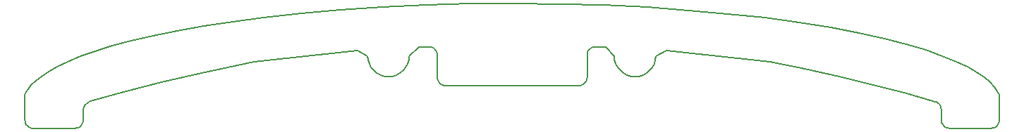
<source format=gm1>
G04*
G04 #@! TF.GenerationSoftware,Altium Limited,Altium Designer,22.10.1 (41)*
G04*
G04 Layer_Color=16711935*
%FSLAX44Y44*%
%MOMM*%
G71*
G04*
G04 #@! TF.SameCoordinates,B178BA49-C0A8-449A-8AC4-8C5071AB2F05*
G04*
G04*
G04 #@! TF.FilePolarity,Positive*
G04*
G01*
G75*
%ADD10C,0.1270*%
D10*
X582380Y-81174D02*
Y-51174D01*
X582188Y-83125D02*
X582380Y-81174D01*
X581618Y-85000D02*
X582188Y-83125D01*
X580695Y-86729D02*
X581618Y-85000D01*
X579451Y-88245D02*
X580695Y-86729D01*
X577935Y-89489D02*
X579451Y-88245D01*
X576207Y-90413D02*
X577935Y-89489D01*
X574331Y-90982D02*
X576207Y-90413D01*
X572380Y-91174D02*
X574331Y-90982D01*
X522380Y-91174D02*
X572380D01*
X520429Y-90982D02*
X522380Y-91174D01*
X518553Y-90413D02*
X520429Y-90982D01*
X516824Y-89489D02*
X518553Y-90413D01*
X515308Y-88245D02*
X516824Y-89489D01*
X514065Y-86729D02*
X515308Y-88245D01*
X513141Y-85000D02*
X514065Y-86729D01*
X512572Y-83125D02*
X513141Y-85000D01*
X512380Y-81174D02*
X512572Y-83125D01*
X512380Y-81174D02*
Y-68659D01*
X512211Y-66831D02*
X512380Y-68659D01*
X511711Y-65064D02*
X512211Y-66831D01*
X510897Y-63419D02*
X511711Y-65064D01*
X509796Y-61950D02*
X510897Y-63419D01*
X508445Y-60708D02*
X509796Y-61950D01*
X506889Y-59733D02*
X508445Y-60708D01*
X505182Y-59059D02*
X506889Y-59733D01*
X468190Y-48616D02*
X505182Y-59059D01*
X431037Y-38836D02*
X468190Y-48616D01*
X390029Y-28854D02*
X431037Y-38836D01*
X348802Y-19666D02*
X390029Y-28854D01*
X307380Y-11278D02*
X348802Y-19666D01*
X182923Y2102D02*
X307380Y-11278D01*
X169817Y-3940D02*
X182923Y2102D01*
X169336Y-8818D02*
X169817Y-3940D01*
X167914Y-13507D02*
X169336Y-8818D01*
X165603Y-17830D02*
X167914Y-13507D01*
X162494Y-21618D02*
X165603Y-17830D01*
X158706Y-24727D02*
X162494Y-21618D01*
X154384Y-27037D02*
X158706Y-24727D01*
X149694Y-28460D02*
X154384Y-27037D01*
X144817Y-28940D02*
X149694Y-28460D01*
X139940D02*
X144817Y-28940D01*
X135250Y-27037D02*
X139940Y-28460D01*
X130928Y-24727D02*
X135250Y-27037D01*
X127139Y-21618D02*
X130928Y-24727D01*
X124030Y-17830D02*
X127139Y-21618D01*
X121720Y-13507D02*
X124030Y-17830D01*
X120297Y-8818D02*
X121720Y-13507D01*
X119817Y-3940D02*
X120297Y-8818D01*
X109401Y6466D02*
X119817Y-3940D01*
X97779Y6924D02*
X109401Y6466D01*
X95994Y6834D02*
X97779Y6924D01*
X94255Y6429D02*
X95994Y6834D01*
X92614Y5720D02*
X94255Y6429D01*
X91126Y4731D02*
X92614Y5720D01*
X89839Y3493D02*
X91126Y4731D01*
X88791Y2045D02*
X89839Y3493D01*
X88019Y435D02*
X88791Y2045D01*
X87545Y-1289D02*
X88019Y435D01*
X87385Y-3068D02*
X87545Y-1289D01*
X87385Y-29666D02*
Y-3068D01*
X87193Y-31617D02*
X87385Y-29666D01*
X86624Y-33493D02*
X87193Y-31617D01*
X85700Y-35221D02*
X86624Y-33493D01*
X84456Y-36737D02*
X85700Y-35221D01*
X82941Y-37981D02*
X84456Y-36737D01*
X81212Y-38905D02*
X82941Y-37981D01*
X79336Y-39474D02*
X81212Y-38905D01*
X77385Y-39666D02*
X79336Y-39474D01*
X-82614Y-39666D02*
X77385D01*
X-84565Y-39474D02*
X-82614Y-39666D01*
X-86441Y-38905D02*
X-84565Y-39474D01*
X-88169Y-37981D02*
X-86441Y-38905D01*
X-89685Y-36737D02*
X-88169Y-37981D01*
X-90928Y-35221D02*
X-89685Y-36737D01*
X-91852Y-33493D02*
X-90928Y-35221D01*
X-92422Y-31617D02*
X-91852Y-33493D01*
X-92613Y-29666D02*
X-92422Y-31617D01*
X-92613Y-29666D02*
Y-3068D01*
X-92773Y-1288D02*
X-92613Y-3068D01*
X-93247Y435D02*
X-92773Y-1288D01*
X-94020Y2045D02*
X-93247Y435D01*
X-95067Y3493D02*
X-94020Y2045D01*
X-96355Y4732D02*
X-95067Y3493D01*
X-97843Y5721D02*
X-96355Y4732D01*
X-99482Y6430D02*
X-97843Y5721D01*
X-101223Y6835D02*
X-99482Y6430D01*
X-103007Y6925D02*
X-101223Y6835D01*
X-114631Y6467D02*
X-103007Y6925D01*
X-126183Y-3940D02*
X-114631Y6467D01*
X-126664Y-8818D02*
X-126183Y-3940D01*
X-128086Y-13507D02*
X-126664Y-8818D01*
X-130396Y-17830D02*
X-128086Y-13507D01*
X-133505Y-21618D02*
X-130396Y-17830D01*
X-137294Y-24727D02*
X-133505Y-21618D01*
X-141616Y-27037D02*
X-137294Y-24727D01*
X-146306Y-28460D02*
X-141616Y-27037D01*
X-151183Y-28940D02*
X-146306Y-28460D01*
X-156061D02*
X-151183Y-28940D01*
X-160751Y-27037D02*
X-156061Y-28460D01*
X-165073Y-24727D02*
X-160751Y-27037D01*
X-168861Y-21618D02*
X-165073Y-24727D01*
X-171970Y-17830D02*
X-168861Y-21618D01*
X-174280Y-13507D02*
X-171970Y-17830D01*
X-175703Y-8818D02*
X-174280Y-13507D01*
X-176183Y-3940D02*
X-175703Y-8818D01*
X-188165Y2102D02*
X-176183Y-3940D01*
X-312620Y-11278D02*
X-188165Y2102D01*
X-344187Y-17718D02*
X-312620Y-11278D01*
X-375652Y-24582D02*
X-344187Y-17718D01*
X-423487Y-35877D02*
X-375652Y-24582D01*
X-466348Y-46891D02*
X-423487Y-35877D01*
X-509015Y-58704D02*
X-466348Y-46891D01*
X-511054Y-59500D02*
X-509015Y-58704D01*
X-512914Y-60655D02*
X-511054Y-59500D01*
X-514529Y-62132D02*
X-512914Y-60655D01*
X-515847Y-63881D02*
X-514529Y-62132D01*
X-516821Y-65841D02*
X-515847Y-63881D01*
X-517419Y-67947D02*
X-516821Y-65841D01*
X-517621Y-70127D02*
X-517419Y-67947D01*
X-517621Y-81213D02*
Y-70127D01*
X-517812Y-83161D02*
X-517621Y-81213D01*
X-518380Y-85035D02*
X-517812Y-83161D01*
X-519301Y-86762D02*
X-518380Y-85035D01*
X-520542Y-88276D02*
X-519301Y-86762D01*
X-522053Y-89520D02*
X-520542Y-88276D01*
X-523779Y-90445D02*
X-522053Y-89520D01*
X-525651Y-91017D02*
X-523779Y-90445D01*
X-527599Y-91213D02*
X-525651Y-91017D01*
X-577599Y-91321D02*
X-527599Y-91213D01*
X-579553Y-91132D02*
X-577599Y-91321D01*
X-581432Y-90566D02*
X-579553Y-91132D01*
X-583165Y-89643D02*
X-581432Y-90566D01*
X-584684Y-88400D02*
X-583165Y-89643D01*
X-585931Y-86883D02*
X-584684Y-88400D01*
X-586857Y-85153D02*
X-585931Y-86883D01*
X-587427Y-83274D02*
X-586857Y-85153D01*
X-587621Y-81321D02*
X-587427Y-83274D01*
X-587621Y-81321D02*
Y-51174D01*
X-586012Y-47796D01*
X-583881Y-44343D01*
X-579887Y-39315D01*
X-574564Y-34062D01*
X-567718Y-28580D01*
X-559146Y-22877D01*
X-548637Y-16969D01*
X-535982Y-10889D01*
X-520979Y-4673D01*
X-503442Y1629D01*
X-483209Y7960D01*
X-460145Y14256D01*
X-434159Y20445D01*
X-405200Y26449D01*
X-373273Y32187D01*
X-338441Y37576D01*
X-300829Y42532D01*
X-256011Y47431D01*
X-208351Y51589D01*
X-158295Y54915D01*
X-106370Y57330D01*
X-53173Y58779D01*
X654Y59224D01*
X54446Y58656D01*
X107535Y57087D01*
X159279Y54556D01*
X209084Y51123D01*
X256423Y46868D01*
X300854Y41887D01*
X342033Y36288D01*
X379711Y30185D01*
X413745Y23696D01*
X444086Y16937D01*
X470773Y10017D01*
X493924Y3042D01*
X513719Y-3901D01*
X530388Y-10731D01*
X544195Y-17386D01*
X555425Y-23818D01*
X564373Y-29995D01*
X571326Y-35905D01*
X576557Y-41556D01*
X579992Y-46438D01*
X582380Y-51174D01*
M02*

</source>
